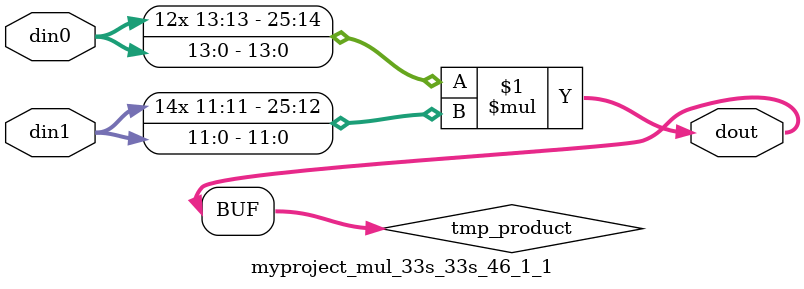
<source format=v>

`timescale 1 ns / 1 ps

  module myproject_mul_33s_33s_46_1_1(din0, din1, dout);
parameter ID = 1;
parameter NUM_STAGE = 0;
parameter din0_WIDTH = 14;
parameter din1_WIDTH = 12;
parameter dout_WIDTH = 26;

input [din0_WIDTH - 1 : 0] din0; 
input [din1_WIDTH - 1 : 0] din1; 
output [dout_WIDTH - 1 : 0] dout;

wire signed [dout_WIDTH - 1 : 0] tmp_product;













assign tmp_product = $signed(din0) * $signed(din1);








assign dout = tmp_product;







endmodule

</source>
